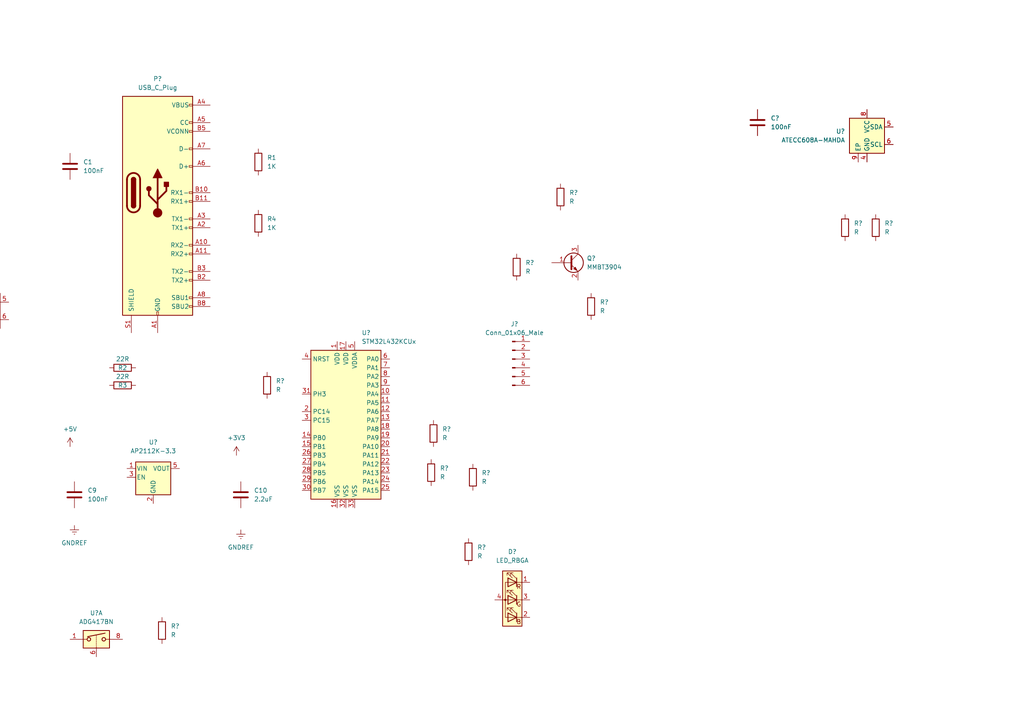
<source format=kicad_sch>
(kicad_sch (version 20211123) (generator eeschema)
  (paper "A4")
  (lib_symbols
    (symbol "Analog_Switch:ADG417BN" (pin_names (offset 0.254))
      (property "Reference" "U" (at -3.175 5.334 0))
      (property "Value" "ADG417BN" (at -3.175 3.556 0))
      (symbol "ADG417BN_1_1"
        (rectangle (start -3.81 2.54) (end 3.81 -2.54) (stroke (width 0.254)) (fill (type background)))
        (circle (center -2.159 0) (radius 0.508) (stroke (width 0.254)))
        (polyline (pts (xy -5.08 0) (xy -2.794 0)))
        (polyline (pts (xy -2.54 0.762) (xy 2.54 1.778)) (stroke (width 0.254)))
        (polyline (pts (xy 0 -2.54) (xy 0 -2.032)))
        (polyline (pts (xy 0 -1.778) (xy 0 -1.524)))
        (polyline (pts (xy 0 -1.27) (xy 0 -1.016)))
        (polyline (pts (xy 0 -0.762) (xy 0 -0.508)))
        (polyline (pts (xy 0 -0.254) (xy 0 0)))
        (polyline (pts (xy 0 0.254) (xy 0 0.508)))
        (polyline (pts (xy 0 0.762) (xy 0 1.016)))
        (polyline (pts (xy 5.08 0) (xy 2.794 0)))
        (circle (center 2.159 0) (radius 0.508) (stroke (width 0.254)))
        (pin passive line (at -7.62 0 0) (length 2.54) (name "~") (number "1"))
        (pin input line (at 0 -5.08 90) (length 2.54) (name "~") (number "6"))
        (pin passive line (at 7.62 0 180) (length 2.54) (name "~") (number "8"))
      )
      (symbol "ADG417BN_2_0"
        (pin no_connect line (at -2.54 10.16 270) (length 2.54) hide (name "NC") (number "2"))
        (pin power_in line (at 0 -12.7 90) (length 2.54) (name "GND") (number "3"))
        (pin power_in line (at 0 12.7 270) (length 2.54) (name "V+") (number "4"))
        (pin power_in line (at 2.54 12.7 270) (length 2.54) (name "VL") (number "5"))
        (pin power_in line (at 2.54 -12.7 90) (length 2.54) (name "V-") (number "7"))
      )
      (symbol "ADG417BN_2_1"
        (rectangle (start -3.81 10.16) (end 6.35 -10.16) (stroke (width 0.254)) (fill (type background)))
      )
    )
    (symbol "Connector:Conn_01x06_Male" (pin_names (offset 1.016) hide)
      (property "Reference" "J" (at 0 7.62 0))
      (property "Value" "Conn_01x06_Male" (at 0 -10.16 0))
      (symbol "Conn_01x06_Male_1_1"
        (polyline (pts (xy 1.27 -7.62) (xy 0.8636 -7.62)) (stroke (width 0.1524)))
        (polyline (pts (xy 1.27 -5.08) (xy 0.8636 -5.08)) (stroke (width 0.1524)))
        (polyline (pts (xy 1.27 -2.54) (xy 0.8636 -2.54)) (stroke (width 0.1524)))
        (polyline (pts (xy 1.27 0) (xy 0.8636 0)) (stroke (width 0.1524)))
        (polyline (pts (xy 1.27 2.54) (xy 0.8636 2.54)) (stroke (width 0.1524)))
        (polyline (pts (xy 1.27 5.08) (xy 0.8636 5.08)) (stroke (width 0.1524)))
        (rectangle (start 0.8636 -7.493) (end 0 -7.747) (stroke (width 0.1524)) (fill (type outline)))
        (rectangle (start 0.8636 -4.953) (end 0 -5.207) (stroke (width 0.1524)) (fill (type outline)))
        (rectangle (start 0.8636 -2.413) (end 0 -2.667) (stroke (width 0.1524)) (fill (type outline)))
        (rectangle (start 0.8636 0.127) (end 0 -0.127) (stroke (width 0.1524)) (fill (type outline)))
        (rectangle (start 0.8636 2.667) (end 0 2.413) (stroke (width 0.1524)) (fill (type outline)))
        (rectangle (start 0.8636 5.207) (end 0 4.953) (stroke (width 0.1524)) (fill (type outline)))
        (pin passive line (at 5.08 5.08 180) (length 3.81) (name "Pin_1") (number "1"))
        (pin passive line (at 5.08 2.54 180) (length 3.81) (name "Pin_2") (number "2"))
        (pin passive line (at 5.08 0 180) (length 3.81) (name "Pin_3") (number "3"))
        (pin passive line (at 5.08 -2.54 180) (length 3.81) (name "Pin_4") (number "4"))
        (pin passive line (at 5.08 -5.08 180) (length 3.81) (name "Pin_5") (number "5"))
        (pin passive line (at 5.08 -7.62 180) (length 3.81) (name "Pin_6") (number "6"))
      )
    )
    (symbol "Connector:USB_C_Plug" (pin_names (offset 1.016))
      (property "Reference" "P" (at -10.16 29.21 0))
      (property "Value" "USB_C_Plug" (at 10.16 29.21 0))
      (symbol "USB_C_Plug_0_0"
        (rectangle (start -0.254 -35.56) (end 0.254 -34.544))
        (rectangle (start 10.16 -32.766) (end 9.144 -33.274))
        (rectangle (start 10.16 -30.226) (end 9.144 -30.734))
        (rectangle (start 10.16 -25.146) (end 9.144 -25.654))
        (rectangle (start 10.16 -22.606) (end 9.144 -23.114))
        (rectangle (start 10.16 -17.526) (end 9.144 -18.034))
        (rectangle (start 10.16 -14.986) (end 9.144 -15.494))
        (rectangle (start 10.16 -9.906) (end 9.144 -10.414))
        (rectangle (start 10.16 -7.366) (end 9.144 -7.874))
        (rectangle (start 10.16 -2.286) (end 9.144 -2.794))
        (rectangle (start 10.16 0.254) (end 9.144 -0.254))
        (rectangle (start 10.16 7.874) (end 9.144 7.366))
        (rectangle (start 10.16 12.954) (end 9.144 12.446))
        (rectangle (start 10.16 18.034) (end 9.144 17.526))
        (rectangle (start 10.16 20.574) (end 9.144 20.066))
        (rectangle (start 10.16 25.654) (end 9.144 25.146))
      )
      (symbol "USB_C_Plug_0_1"
        (rectangle (start -10.16 27.94) (end 10.16 -35.56) (stroke (width 0.254)) (fill (type background)))
        (arc (start -8.89 -3.81) (mid -6.985 -5.715) (end -5.08 -3.81) (stroke (width 0.508)))
        (arc (start -7.62 -3.81) (mid -6.985 -4.445) (end -6.35 -3.81) (stroke (width 0.254)))
        (arc (start -7.62 -3.81) (mid -6.985 -4.445) (end -6.35 -3.81) (stroke (width 0.254)) (fill (type outline)))
        (rectangle (start -7.62 -3.81) (end -6.35 3.81) (stroke (width 0.254)) (fill (type outline)))
        (arc (start -6.35 3.81) (mid -6.985 4.445) (end -7.62 3.81) (stroke (width 0.254)))
        (arc (start -6.35 3.81) (mid -6.985 4.445) (end -7.62 3.81) (stroke (width 0.254)) (fill (type outline)))
        (arc (start -5.08 3.81) (mid -6.985 5.715) (end -8.89 3.81) (stroke (width 0.508)))
        (polyline (pts (xy -8.89 -3.81) (xy -8.89 3.81)) (stroke (width 0.508)))
        (polyline (pts (xy -5.08 3.81) (xy -5.08 -3.81)) (stroke (width 0.508)))
      )
      (symbol "USB_C_Plug_1_1"
        (circle (center -2.54 1.143) (radius 0.635) (stroke (width 0.254)) (fill (type outline)))
        (circle (center 0 -5.842) (radius 1.27) (fill (type outline)))
        (polyline (pts (xy 0 -5.842) (xy 0 4.318)) (stroke (width 0.508)))
        (polyline (pts (xy 0 -3.302) (xy -2.54 -0.762) (xy -2.54 0.508)) (stroke (width 0.508)))
        (polyline (pts (xy 0 -2.032) (xy 2.54 0.508) (xy 2.54 1.778)) (stroke (width 0.508)))
        (polyline (pts (xy -1.27 4.318) (xy 0 6.858) (xy 1.27 4.318) (xy -1.27 4.318)) (stroke (width 0.254)) (fill (type outline)))
        (rectangle (start 1.905 1.778) (end 3.175 3.048) (stroke (width 0.254)) (fill (type outline)))
        (pin passive line (at 0 -40.64 90) (length 5.08) (name "GND") (number "A1"))
        (pin bidirectional line (at 15.24 -15.24 180) (length 5.08) (name "RX2-") (number "A10"))
        (pin bidirectional line (at 15.24 -17.78 180) (length 5.08) (name "RX2+") (number "A11"))
        (pin passive line (at 0 -40.64 90) (length 5.08) hide (name "GND") (number "A12"))
        (pin bidirectional line (at 15.24 -10.16 180) (length 5.08) (name "TX1+") (number "A2"))
        (pin bidirectional line (at 15.24 -7.62 180) (length 5.08) (name "TX1-") (number "A3"))
        (pin passive line (at 15.24 25.4 180) (length 5.08) (name "VBUS") (number "A4"))
        (pin bidirectional line (at 15.24 20.32 180) (length 5.08) (name "CC") (number "A5"))
        (pin bidirectional line (at 15.24 7.62 180) (length 5.08) (name "D+") (number "A6"))
        (pin bidirectional line (at 15.24 12.7 180) (length 5.08) (name "D-") (number "A7"))
        (pin bidirectional line (at 15.24 -30.48 180) (length 5.08) (name "SBU1") (number "A8"))
        (pin passive line (at 15.24 25.4 180) (length 5.08) hide (name "VBUS") (number "A9"))
        (pin passive line (at 0 -40.64 90) (length 5.08) hide (name "GND") (number "B1"))
        (pin bidirectional line (at 15.24 0 180) (length 5.08) (name "RX1-") (number "B10"))
        (pin bidirectional line (at 15.24 -2.54 180) (length 5.08) (name "RX1+") (number "B11"))
        (pin passive line (at 0 -40.64 90) (length 5.08) hide (name "GND") (number "B12"))
        (pin bidirectional line (at 15.24 -25.4 180) (length 5.08) (name "TX2+") (number "B2"))
        (pin bidirectional line (at 15.24 -22.86 180) (length 5.08) (name "TX2-") (number "B3"))
        (pin passive line (at 15.24 25.4 180) (length 5.08) hide (name "VBUS") (number "B4"))
        (pin bidirectional line (at 15.24 17.78 180) (length 5.08) (name "VCONN") (number "B5"))
        (pin bidirectional line (at 15.24 -33.02 180) (length 5.08) (name "SBU2") (number "B8"))
        (pin passive line (at 15.24 25.4 180) (length 5.08) hide (name "VBUS") (number "B9"))
        (pin passive line (at -7.62 -40.64 90) (length 5.08) (name "SHIELD") (number "S1"))
      )
    )
    (symbol "Device:C" (pin_numbers hide) (pin_names (offset 0.254))
      (property "Reference" "C" (at 0.635 2.54 0))
      (property "Value" "C" (at 0.635 -2.54 0))
      (symbol "C_0_1"
        (polyline (pts (xy -2.032 -0.762) (xy 2.032 -0.762)) (stroke (width 0.508)))
        (polyline (pts (xy -2.032 0.762) (xy 2.032 0.762)) (stroke (width 0.508)))
      )
      (symbol "C_1_1"
        (pin passive line (at 0 3.81 270) (length 2.794) (name "~") (number "1"))
        (pin passive line (at 0 -3.81 90) (length 2.794) (name "~") (number "2"))
      )
    )
    (symbol "Device:LED_RBGA" (pin_names (offset 0) hide)
      (property "Reference" "D" (at 0 9.398 0))
      (property "Value" "LED_RBGA" (at 0 -8.89 0))
      (symbol "LED_RBGA_0_0"
        (text "B" (at -1.905 -6.35 0) (effects (font (size 1.27 1.27))))
        (text "G" (at -1.905 -1.27 0) (effects (font (size 1.27 1.27))))
        (text "R" (at -1.905 3.81 0) (effects (font (size 1.27 1.27))))
      )
      (symbol "LED_RBGA_0_1"
        (polyline (pts (xy -1.27 -5.08) (xy -2.54 -5.08)))
        (polyline (pts (xy -1.27 -5.08) (xy 1.27 -5.08)))
        (polyline (pts (xy -1.27 -3.81) (xy -1.27 -6.35)) (stroke (width 0.254)))
        (polyline (pts (xy -1.27 0) (xy -2.54 0)))
        (polyline (pts (xy -1.27 1.27) (xy -1.27 -1.27)) (stroke (width 0.254)))
        (polyline (pts (xy -1.27 5.08) (xy -2.54 5.08)))
        (polyline (pts (xy -1.27 5.08) (xy 1.27 5.08)))
        (polyline (pts (xy -1.27 6.35) (xy -1.27 3.81)) (stroke (width 0.254)))
        (polyline (pts (xy 1.27 0) (xy -1.27 0)))
        (polyline (pts (xy 1.27 0) (xy 2.54 0)))
        (polyline (pts (xy -1.27 1.27) (xy -1.27 -1.27) (xy -1.27 -1.27)))
        (polyline (pts (xy -1.27 6.35) (xy -1.27 3.81) (xy -1.27 3.81)))
        (polyline (pts (xy 1.27 -5.08) (xy 2.032 -5.08) (xy 2.032 5.08) (xy 1.27 5.08)))
        (polyline (pts (xy 1.27 -3.81) (xy 1.27 -6.35) (xy -1.27 -5.08) (xy 1.27 -3.81)) (stroke (width 0.254)))
        (polyline (pts (xy 1.27 1.27) (xy 1.27 -1.27) (xy -1.27 0) (xy 1.27 1.27)) (stroke (width 0.254)))
        (polyline (pts (xy 1.27 6.35) (xy 1.27 3.81) (xy -1.27 5.08) (xy 1.27 6.35)) (stroke (width 0.254)))
        (polyline (pts (xy -1.016 -3.81) (xy 0.508 -2.286) (xy -0.254 -2.286) (xy 0.508 -2.286) (xy 0.508 -3.048)))
        (polyline (pts (xy -1.016 1.27) (xy 0.508 2.794) (xy -0.254 2.794) (xy 0.508 2.794) (xy 0.508 2.032)))
        (polyline (pts (xy -1.016 6.35) (xy 0.508 7.874) (xy -0.254 7.874) (xy 0.508 7.874) (xy 0.508 7.112)))
        (polyline (pts (xy 0 -3.81) (xy 1.524 -2.286) (xy 0.762 -2.286) (xy 1.524 -2.286) (xy 1.524 -3.048)))
        (polyline (pts (xy 0 1.27) (xy 1.524 2.794) (xy 0.762 2.794) (xy 1.524 2.794) (xy 1.524 2.032)))
        (polyline (pts (xy 0 6.35) (xy 1.524 7.874) (xy 0.762 7.874) (xy 1.524 7.874) (xy 1.524 7.112)))
        (rectangle (start 1.27 -1.27) (end 1.27 1.27))
        (rectangle (start 1.27 1.27) (end 1.27 1.27))
        (rectangle (start 1.27 3.81) (end 1.27 6.35))
        (rectangle (start 1.27 6.35) (end 1.27 6.35))
        (circle (center 2.032 0) (radius 0.254) (fill (type outline)))
        (rectangle (start 2.794 8.382) (end -2.794 -7.62) (stroke (width 0.254)) (fill (type background)))
      )
      (symbol "LED_RBGA_1_1"
        (pin passive line (at -5.08 5.08 0) (length 2.54) (name "RK") (number "1"))
        (pin passive line (at -5.08 -5.08 0) (length 2.54) (name "BK") (number "2"))
        (pin passive line (at -5.08 0 0) (length 2.54) (name "GK") (number "3"))
        (pin passive line (at 5.08 0 180) (length 2.54) (name "A") (number "4"))
      )
    )
    (symbol "Device:R" (pin_numbers hide) (pin_names (offset 0))
      (property "Reference" "R" (at 2.032 0 90))
      (property "Value" "R" (at 0 0 90))
      (symbol "R_0_1"
        (rectangle (start -1.016 -2.54) (end 1.016 2.54) (stroke (width 0.254)))
      )
      (symbol "R_1_1"
        (pin passive line (at 0 3.81 270) (length 1.27) (name "~") (number "1"))
        (pin passive line (at 0 -3.81 90) (length 1.27) (name "~") (number "2"))
      )
    )
    (symbol "MCU_ST_STM32L4:STM32L432KCUx"
      (property "Reference" "U" (at -10.16 21.59 0))
      (property "Value" "STM32L432KCUx" (at 5.08 21.59 0))
      (symbol "STM32L432KCUx_0_1"
        (rectangle (start -10.16 -22.86) (end 10.16 20.32) (stroke (width 0.254)) (fill (type background)))
      )
      (symbol "STM32L432KCUx_1_1"
        (pin power_in line (at -2.54 22.86 270) (length 2.54) (name "VDD") (number "1"))
        (pin bidirectional line (at 12.7 7.62 180) (length 2.54) (name "PA4") (number "10"))
        (pin bidirectional line (at 12.7 5.08 180) (length 2.54) (name "PA5") (number "11"))
        (pin bidirectional line (at 12.7 2.54 180) (length 2.54) (name "PA6") (number "12"))
        (pin bidirectional line (at 12.7 0 180) (length 2.54) (name "PA7") (number "13"))
        (pin bidirectional line (at -12.7 -5.08 0) (length 2.54) (name "PB0") (number "14"))
        (pin bidirectional line (at -12.7 -7.62 0) (length 2.54) (name "PB1") (number "15"))
        (pin power_in line (at -2.54 -25.4 90) (length 2.54) (name "VSS") (number "16"))
        (pin power_in line (at 0 22.86 270) (length 2.54) (name "VDD") (number "17"))
        (pin bidirectional line (at 12.7 -2.54 180) (length 2.54) (name "PA8") (number "18"))
        (pin bidirectional line (at 12.7 -5.08 180) (length 2.54) (name "PA9") (number "19"))
        (pin bidirectional line (at -12.7 2.54 0) (length 2.54) (name "PC14") (number "2"))
        (pin bidirectional line (at 12.7 -7.62 180) (length 2.54) (name "PA10") (number "20"))
        (pin bidirectional line (at 12.7 -10.16 180) (length 2.54) (name "PA11") (number "21"))
        (pin bidirectional line (at 12.7 -12.7 180) (length 2.54) (name "PA12") (number "22"))
        (pin bidirectional line (at 12.7 -15.24 180) (length 2.54) (name "PA13") (number "23"))
        (pin bidirectional line (at 12.7 -17.78 180) (length 2.54) (name "PA14") (number "24"))
        (pin bidirectional line (at 12.7 -20.32 180) (length 2.54) (name "PA15") (number "25"))
        (pin bidirectional line (at -12.7 -10.16 0) (length 2.54) (name "PB3") (number "26"))
        (pin bidirectional line (at -12.7 -12.7 0) (length 2.54) (name "PB4") (number "27"))
        (pin bidirectional line (at -12.7 -15.24 0) (length 2.54) (name "PB5") (number "28"))
        (pin bidirectional line (at -12.7 -17.78 0) (length 2.54) (name "PB6") (number "29"))
        (pin bidirectional line (at -12.7 0 0) (length 2.54) (name "PC15") (number "3"))
        (pin bidirectional line (at -12.7 -20.32 0) (length 2.54) (name "PB7") (number "30"))
        (pin bidirectional line (at -12.7 7.62 0) (length 2.54) (name "PH3") (number "31"))
        (pin power_in line (at 0 -25.4 90) (length 2.54) (name "VSS") (number "32"))
        (pin power_in line (at 2.54 -25.4 90) (length 2.54) (name "VSS") (number "33"))
        (pin input line (at -12.7 17.78 0) (length 2.54) (name "NRST") (number "4"))
        (pin power_in line (at 2.54 22.86 270) (length 2.54) (name "VDDA") (number "5"))
        (pin bidirectional line (at 12.7 17.78 180) (length 2.54) (name "PA0") (number "6"))
        (pin bidirectional line (at 12.7 15.24 180) (length 2.54) (name "PA1") (number "7"))
        (pin bidirectional line (at 12.7 12.7 180) (length 2.54) (name "PA2") (number "8"))
        (pin bidirectional line (at 12.7 10.16 180) (length 2.54) (name "PA3") (number "9"))
      )
    )
    (symbol "Regulator_Linear:AP2112K-3.3" (pin_names (offset 0.254))
      (property "Reference" "U" (at -5.08 5.715 0))
      (property "Value" "AP2112K-3.3" (at 0 5.715 0))
      (symbol "AP2112K-3.3_0_1"
        (rectangle (start -5.08 4.445) (end 5.08 -5.08) (stroke (width 0.254)) (fill (type background)))
      )
      (symbol "AP2112K-3.3_1_1"
        (pin power_in line (at -7.62 2.54 0) (length 2.54) (name "VIN") (number "1"))
        (pin power_in line (at 0 -7.62 90) (length 2.54) (name "GND") (number "2"))
        (pin input line (at -7.62 0 0) (length 2.54) (name "EN") (number "3"))
        (pin no_connect line (at 5.08 0 180) (length 2.54) hide (name "NC") (number "4"))
        (pin power_out line (at 7.62 2.54 180) (length 2.54) (name "VOUT") (number "5"))
      )
    )
    (symbol "Security:ATECC608A-MAHDA"
      (property "Reference" "U" (at 3.81 6.35 0))
      (property "Value" "ATECC608A-MAHDA" (at 10.16 -6.35 0))
      (symbol "ATECC608A-MAHDA_0_1"
        (rectangle (start -5.08 5.08) (end 5.08 -5.08) (stroke (width 0.254)) (fill (type background)))
      )
      (symbol "ATECC608A-MAHDA_1_1"
        (pin power_in line (at 0 -7.62 90) (length 2.54) (name "GND") (number "4"))
        (pin bidirectional line (at 7.62 2.54 180) (length 2.54) (name "SDA") (number "5"))
        (pin input line (at 7.62 -2.54 180) (length 2.54) (name "SCL") (number "6"))
        (pin power_in line (at 0 7.62 270) (length 2.54) (name "VCC") (number "8"))
        (pin input line (at -2.54 -7.62 90) (length 2.54) (name "EP") (number "9"))
      )
    )
    (symbol "Transistor_BJT:MMBT3904" (pin_names (offset 0) hide)
      (property "Reference" "Q" (at 5.08 1.905 0))
      (property "Value" "MMBT3904" (at 5.08 0 0))
      (symbol "MMBT3904_0_1"
        (polyline (pts (xy 0.635 0.635) (xy 2.54 2.54)))
        (polyline (pts (xy 0.635 -0.635) (xy 2.54 -2.54) (xy 2.54 -2.54)))
        (polyline (pts (xy 0.635 1.905) (xy 0.635 -1.905) (xy 0.635 -1.905)) (stroke (width 0.508)))
        (polyline (pts (xy 1.27 -1.778) (xy 1.778 -1.27) (xy 2.286 -2.286) (xy 1.27 -1.778) (xy 1.27 -1.778)) (fill (type outline)))
        (circle (center 1.27 0) (radius 2.8194) (stroke (width 0.254)))
      )
      (symbol "MMBT3904_1_1"
        (pin input line (at -5.08 0 0) (length 5.715) (name "B") (number "1"))
        (pin passive line (at 2.54 -5.08 90) (length 2.54) (name "E") (number "2"))
        (pin passive line (at 2.54 5.08 270) (length 2.54) (name "C") (number "3"))
      )
    )
    (symbol "power:+3V3" (power) (pin_names (offset 0))
      (property "Value" "+3V3" (at 0 3.556 0))
      (symbol "+3V3_0_1"
        (polyline (pts (xy -0.762 1.27) (xy 0 2.54)))
        (polyline (pts (xy 0 0) (xy 0 2.54)))
        (polyline (pts (xy 0 2.54) (xy 0.762 1.27)))
      )
      (symbol "+3V3_1_1"
        (pin power_in line (at 0 0 90) (length 0) hide (name "+3V3") (number "1"))
      )
    )
    (symbol "power:+5V" (power) (pin_names (offset 0))
      (property "Value" "+5V" (at 0 3.556 0))
      (symbol "+5V_0_1"
        (polyline (pts (xy -0.762 1.27) (xy 0 2.54)))
        (polyline (pts (xy 0 0) (xy 0 2.54)))
        (polyline (pts (xy 0 2.54) (xy 0.762 1.27)))
      )
      (symbol "+5V_1_1"
        (pin power_in line (at 0 0 90) (length 0) hide (name "+5V") (number "1"))
      )
    )
    (symbol "power:GNDREF" (power) (pin_names (offset 0))
      (property "Value" "GNDREF" (at 0 -3.81 0))
      (symbol "GNDREF_0_1"
        (polyline (pts (xy -0.635 -1.905) (xy 0.635 -1.905)))
        (polyline (pts (xy -0.127 -2.54) (xy 0.127 -2.54)))
        (polyline (pts (xy 0 -1.27) (xy 0 0)))
        (polyline (pts (xy 1.27 -1.27) (xy -1.27 -1.27)))
      )
      (symbol "GNDREF_1_1"
        (pin power_in line (at 0 0 270) (length 0) hide (name "GNDREF") (number "1"))
      )
    )
  )
  (symbol (lib_id "Device:C") (at 69.85 143.51 0) (unit 1)
    (property "Reference" "C10" (at 73.66 142.2399 0) (effects (justify left)))
    (property "Value" "2.2uF" (at 73.66 144.7799 0) (effects (justify left)))
  )
  (symbol (lib_id "Device:R") (at 137.16 138.43 0) (unit 1)
    (property "Reference" "R?" (at 139.7 137.1599 0) (effects (justify left)))
    (property "Value" "R" (at 139.7 139.6999 0) (effects (justify left)))
  )
  (symbol (lib_id "Regulator_Linear:AP2112K-3.3") (at 44.45 138.43 0) (unit 1)
    (property "Reference" "U?" (at 44.45 128.27 0))
    (property "Value" "AP2112K-3.3" (at 44.45 130.81 0))
    (property "Footprint" "Package_TO_SOT_SMD:SOT-23-5" (effects hide))
    (property "Datasheet" "https://www.diodes.com/assets/Datasheets/AP2112.pdf" (effects hide))
  )
  (symbol (lib_id "Analog_Switch:ADG417BN") (at 27.94 185.42 0) (unit 1)
    (property "Reference" "U?" (at 27.94 177.8 0))
    (property "Value" "ADG417BN" (at 27.94 180.34 0))
    (property "Footprint" "Package_DIP:DIP-8_W7.62mm" (effects hide))
    (property "Datasheet" "https://www.analog.com/media/en/technical-documentation/data-sheets/ADG417.pdf" (effects hide))
  )
  (symbol (lib_id "power:+5V") (at 20.32 129.54 0) (unit 1)
    (property "Reference" "#PWR?" (effects hide))
    (property "Value" "+5V" (at 20.32 124.46 0))
  )
  (symbol (lib_id "Device:LED_RBGA") (at 148.59 173.99 0) (mirror y) (unit 1)
    (property "Reference" "D?" (at 148.59 160.02 0))
    (property "Value" "LED_RBGA" (at 148.59 162.56 0))
  )
  (symbol (lib_id "power:GNDREF") (at 21.59 152.4 0) (unit 1)
    (property "Reference" "#PWR?" (effects hide))
    (property "Value" "GNDREF" (at 21.59 157.48 0))
  )
  (symbol (lib_id "Security:ATECC608A-MAHDA") (at 251.46 39.37 0) (unit 1)
    (property "Reference" "U?" (at 245.11 38.0999 0) (effects (justify right)))
    (property "Value" "ATECC608A-MAHDA" (at 245.11 40.6399 0) (effects (justify right)))
    (property "Footprint" "Package_DFN_QFN:DFN-8-1EP_3x2mm_P0.5mm_EP1.3x1.5mm" (effects hide))
    (property "Datasheet" "http://ww1.microchip.com/downloads/en/DeviceDoc/ATECC608A-CryptoAuthentication-Device-Summary-Data-Sheet-DS40001977B.pdf" (effects hide))
  )
  (symbol (lib_id "Device:R") (at 74.93 46.99 0) (unit 1)
    (property "Reference" "R1" (at 77.47 45.7199 0) (effects (justify left)))
    (property "Value" "1K" (at 77.47 48.2599 0) (effects (justify left)))
  )
  (symbol (lib_id "power:GNDREF") (at 69.85 153.67 0) (unit 1)
    (property "Reference" "#PWR?" (effects hide))
    (property "Value" "GNDREF" (at 69.85 158.75 0))
  )
  (symbol (lib_id "Device:R") (at 74.93 64.77 0) (unit 1)
    (property "Reference" "R4" (at 77.47 63.4999 0) (effects (justify left)))
    (property "Value" "1K" (at 77.47 66.0399 0) (effects (justify left)))
  )
  (symbol (lib_id "Device:R") (at 77.47 111.76 0) (unit 1)
    (property "Reference" "R?" (at 80.01 110.4899 0) (effects (justify left)))
    (property "Value" "R" (at 80.01 113.0299 0) (effects (justify left)))
  )
  (symbol (lib_id "Security:ATECC608A-MAHDA") (at -5.08 90.17 0) (unit 1)
    (property "Reference" "U?" (at -10.16 88.8999 0) (effects (justify right)))
    (property "Value" "ATECC608A-MAHDA" (at -10.16 91.4399 0) (effects (justify right)))
    (property "Footprint" "Package_DFN_QFN:DFN-8-1EP_3x2mm_P0.5mm_EP1.3x1.5mm" (effects hide))
    (property "Datasheet" "http://ww1.microchip.com/downloads/en/DeviceDoc/ATECC608A-CryptoAuthentication-Device-Summary-Data-Sheet-DS40001977B.pdf" (effects hide))
  )
  (symbol (lib_id "Device:R") (at 245.11 66.04 0) (unit 1)
    (property "Reference" "R?" (at 247.65 64.7699 0) (effects (justify left)))
    (property "Value" "R" (at 247.65 67.3099 0) (effects (justify left)))
  )
  (symbol (lib_id "Connector:USB_C_Plug") (at 45.72 55.88 0) (unit 1)
    (property "Reference" "P?" (at 45.72 22.86 0))
    (property "Value" "USB_C_Plug" (at 45.72 25.4 0))
    (property "Datasheet" "https://www.usb.org/sites/default/files/documents/usb_type-c.zip" (effects hide))
  )
  (symbol (lib_id "Device:R") (at 162.56 57.15 0) (unit 1)
    (property "Reference" "R?" (at 165.1 55.8799 0) (effects (justify left)))
    (property "Value" "R" (at 165.1 58.4199 0) (effects (justify left)))
  )
  (symbol (lib_id "Device:C") (at 219.71 35.56 0) (unit 1)
    (property "Reference" "C?" (at 223.52 34.2899 0) (effects (justify left)))
    (property "Value" "100nF" (at 223.52 36.8299 0) (effects (justify left)))
  )
  (symbol (lib_id "Device:R") (at 171.45 88.9 0) (unit 1)
    (property "Reference" "R?" (at 173.99 87.6299 0) (effects (justify left)))
    (property "Value" "R" (at 173.99 90.1699 0) (effects (justify left)))
  )
  (symbol (lib_id "power:+3V3") (at 68.58 132.08 0) (unit 1)
    (property "Reference" "#PWR?" (effects hide))
    (property "Value" "+3V3" (at 68.58 127 0))
  )
  (symbol (lib_id "Transistor_BJT:MMBT3904") (at 165.1 76.2 0) (unit 1)
    (property "Reference" "Q?" (at 170.18 74.9299 0) (effects (justify left)))
    (property "Value" "MMBT3904" (at 170.18 77.4699 0) (effects (justify left)))
    (property "Footprint" "Package_TO_SOT_SMD:SOT-23" (effects hide))
    (property "Datasheet" "https://www.onsemi.com/pub/Collateral/2N3903-D.PDF" (effects hide))
  )
  (symbol (lib_id "Device:R") (at 149.86 77.47 0) (unit 1)
    (property "Reference" "R?" (at 152.4 76.1999 0) (effects (justify left)))
    (property "Value" "R" (at 152.4 78.7399 0) (effects (justify left)))
  )
  (symbol (lib_id "Device:R") (at 135.89 160.02 0) (unit 1)
    (property "Reference" "R?" (at 138.43 158.7499 0) (effects (justify left)))
    (property "Value" "R" (at 138.43 161.2899 0) (effects (justify left)))
  )
  (symbol (lib_id "Device:R") (at 35.56 106.68 90) (unit 1)
    (property "Reference" "R2" (at 35.56 106.68 90))
    (property "Value" "22R" (at 35.56 104.14 90))
  )
  (symbol (lib_id "Device:R") (at 254 66.04 0) (unit 1)
    (property "Reference" "R?" (at 256.54 64.7699 0) (effects (justify left)))
    (property "Value" "R" (at 256.54 67.3099 0) (effects (justify left)))
  )
  (symbol (lib_id "Device:R") (at 35.56 111.76 90) (unit 1)
    (property "Reference" "R3" (at 35.56 111.76 90))
    (property "Value" "22R" (at 35.56 109.22 90))
  )
  (symbol (lib_id "Connector:Conn_01x06_Male") (at 148.59 104.14 0) (unit 1)
    (property "Reference" "J?" (at 149.225 93.98 0))
    (property "Value" "Conn_01x06_Male" (at 149.225 96.52 0))
  )
  (symbol (lib_id "Device:C") (at 21.59 143.51 0) (unit 1)
    (property "Reference" "C9" (at 25.4 142.2399 0) (effects (justify left)))
    (property "Value" "100nF" (at 25.4 144.7799 0) (effects (justify left)))
  )
  (symbol (lib_id "Device:R") (at 46.99 182.88 0) (unit 1)
    (property "Reference" "R?" (at 49.53 181.6099 0) (effects (justify left)))
    (property "Value" "R" (at 49.53 184.1499 0) (effects (justify left)))
  )
  (symbol (lib_id "Device:R") (at 125.0558 137.0777 0) (unit 1)
    (property "Reference" "R?" (at 127.5958 135.8076 0) (effects (justify left)))
    (property "Value" "R" (at 127.5958 138.3476 0) (effects (justify left)))
  )
  (symbol (lib_id "Device:R") (at 125.73 125.73 0) (unit 1)
    (property "Reference" "R?" (at 128.27 124.4599 0) (effects (justify left)))
    (property "Value" "R" (at 128.27 126.9999 0) (effects (justify left)))
  )
  (symbol (lib_id "MCU_ST_STM32L4:STM32L432KCUx") (at 100.33 121.92 0) (unit 1)
    (property "Reference" "U?" (at 104.8894 96.52 0) (effects (justify left)))
    (property "Value" "STM32L432KCUx" (at 104.8894 99.06 0) (effects (justify left)))
    (property "Footprint" "Package_DFN_QFN:QFN-32-1EP_5x5mm_P0.5mm_EP3.45x3.45mm" (effects hide))
    (property "Datasheet" "http://www.st.com/st-web-ui/static/active/en/resource/technical/document/datasheet/DM00257205.pdf" (effects hide))
  )
  (symbol (lib_id "Device:C") (at 20.32 48.26 0) (unit 1)
    (property "Reference" "C1" (at 24.13 46.9899 0) (effects (justify left)))
    (property "Value" "100nF" (at 24.13 49.5299 0) (effects (justify left)))
  )
)
</source>
